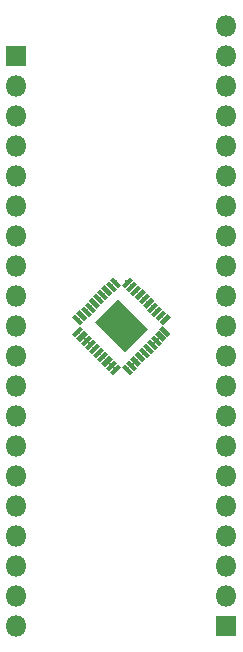
<source format=gts>
G04 #@! TF.GenerationSoftware,KiCad,Pcbnew,(5.0.0)*
G04 #@! TF.CreationDate,2018-10-12T19:52:20-04:00*
G04 #@! TF.ProjectId,DRV8308_BreakoutBoard,445256383330385F427265616B6F7574,rev?*
G04 #@! TF.SameCoordinates,Original*
G04 #@! TF.FileFunction,Soldermask,Top*
G04 #@! TF.FilePolarity,Negative*
%FSLAX46Y46*%
G04 Gerber Fmt 4.6, Leading zero omitted, Abs format (unit mm)*
G04 Created by KiCad (PCBNEW (5.0.0)) date 10/12/18 19:52:20*
%MOMM*%
%LPD*%
G01*
G04 APERTURE LIST*
%ADD10C,0.381600*%
%ADD11C,0.100000*%
%ADD12C,2.721600*%
%ADD13R,1.801600X1.801600*%
%ADD14O,1.801600X1.801600*%
G04 APERTURE END LIST*
D10*
G04 #@! TO.C,U1*
X148077348Y-95365366D03*
D11*
G36*
X148278873Y-95836723D02*
X147605991Y-95163841D01*
X147875823Y-94894009D01*
X148548705Y-95566891D01*
X148278873Y-95836723D01*
X148278873Y-95836723D01*
G37*
D10*
X147723793Y-95718921D03*
D11*
G36*
X147925318Y-96190278D02*
X147252436Y-95517396D01*
X147522268Y-95247564D01*
X148195150Y-95920446D01*
X147925318Y-96190278D01*
X147925318Y-96190278D01*
G37*
D10*
X147370241Y-96072474D03*
D11*
G36*
X147571766Y-96543831D02*
X146898884Y-95870949D01*
X147168716Y-95601117D01*
X147841598Y-96273999D01*
X147571766Y-96543831D01*
X147571766Y-96543831D01*
G37*
D10*
X147016688Y-96426027D03*
D11*
G36*
X147218213Y-96897384D02*
X146545331Y-96224502D01*
X146815163Y-95954670D01*
X147488045Y-96627552D01*
X147218213Y-96897384D01*
X147218213Y-96897384D01*
G37*
D10*
X146663134Y-96779581D03*
D11*
G36*
X146864659Y-97250938D02*
X146191777Y-96578056D01*
X146461609Y-96308224D01*
X147134491Y-96981106D01*
X146864659Y-97250938D01*
X146864659Y-97250938D01*
G37*
D10*
X146309581Y-97133134D03*
D11*
G36*
X146511106Y-97604491D02*
X145838224Y-96931609D01*
X146108056Y-96661777D01*
X146780938Y-97334659D01*
X146511106Y-97604491D01*
X146511106Y-97604491D01*
G37*
D10*
X145956027Y-97486688D03*
D11*
G36*
X146157552Y-97958045D02*
X145484670Y-97285163D01*
X145754502Y-97015331D01*
X146427384Y-97688213D01*
X146157552Y-97958045D01*
X146157552Y-97958045D01*
G37*
D10*
X145602474Y-97840241D03*
D11*
G36*
X145803999Y-98311598D02*
X145131117Y-97638716D01*
X145400949Y-97368884D01*
X146073831Y-98041766D01*
X145803999Y-98311598D01*
X145803999Y-98311598D01*
G37*
D10*
X145248921Y-98193793D03*
D11*
G36*
X145450446Y-98665150D02*
X144777564Y-97992268D01*
X145047396Y-97722436D01*
X145720278Y-98395318D01*
X145450446Y-98665150D01*
X145450446Y-98665150D01*
G37*
D10*
X144895366Y-98547348D03*
D11*
G36*
X145096891Y-99018705D02*
X144424009Y-98345823D01*
X144693841Y-98075991D01*
X145366723Y-98748873D01*
X145096891Y-99018705D01*
X145096891Y-99018705D01*
G37*
D10*
X144894966Y-99572251D03*
D11*
G36*
X144423609Y-99773776D02*
X145096491Y-99100894D01*
X145366323Y-99370726D01*
X144693441Y-100043608D01*
X144423609Y-99773776D01*
X144423609Y-99773776D01*
G37*
D10*
X145248609Y-99925894D03*
D11*
G36*
X144777252Y-100127419D02*
X145450134Y-99454537D01*
X145719966Y-99724369D01*
X145047084Y-100397251D01*
X144777252Y-100127419D01*
X144777252Y-100127419D01*
G37*
D10*
X145602251Y-100279536D03*
D11*
G36*
X145130894Y-100481061D02*
X145803776Y-99808179D01*
X146073608Y-100078011D01*
X145400726Y-100750893D01*
X145130894Y-100481061D01*
X145130894Y-100481061D01*
G37*
D10*
X145955894Y-100633179D03*
D11*
G36*
X145484537Y-100834704D02*
X146157419Y-100161822D01*
X146427251Y-100431654D01*
X145754369Y-101104536D01*
X145484537Y-100834704D01*
X145484537Y-100834704D01*
G37*
D10*
X146309536Y-100986821D03*
D11*
G36*
X145838179Y-101188346D02*
X146511061Y-100515464D01*
X146780893Y-100785296D01*
X146108011Y-101458178D01*
X145838179Y-101188346D01*
X145838179Y-101188346D01*
G37*
D10*
X146663179Y-101340464D03*
D11*
G36*
X146191822Y-101541989D02*
X146864704Y-100869107D01*
X147134536Y-101138939D01*
X146461654Y-101811821D01*
X146191822Y-101541989D01*
X146191822Y-101541989D01*
G37*
D10*
X147016821Y-101694106D03*
D11*
G36*
X146545464Y-101895631D02*
X147218346Y-101222749D01*
X147488178Y-101492581D01*
X146815296Y-102165463D01*
X146545464Y-101895631D01*
X146545464Y-101895631D01*
G37*
D10*
X147370464Y-102047749D03*
D11*
G36*
X146899107Y-102249274D02*
X147571989Y-101576392D01*
X147841821Y-101846224D01*
X147168939Y-102519106D01*
X146899107Y-102249274D01*
X146899107Y-102249274D01*
G37*
D10*
X147724106Y-102401391D03*
D11*
G36*
X147252749Y-102602916D02*
X147925631Y-101930034D01*
X148195463Y-102199866D01*
X147522581Y-102872748D01*
X147252749Y-102602916D01*
X147252749Y-102602916D01*
G37*
D10*
X148077749Y-102755034D03*
D11*
G36*
X147606392Y-102956559D02*
X148279274Y-102283677D01*
X148549106Y-102553509D01*
X147876224Y-103226391D01*
X147606392Y-102956559D01*
X147606392Y-102956559D01*
G37*
D10*
X149102652Y-102754634D03*
D11*
G36*
X149304177Y-103225991D02*
X148631295Y-102553109D01*
X148901127Y-102283277D01*
X149574009Y-102956159D01*
X149304177Y-103225991D01*
X149304177Y-103225991D01*
G37*
D10*
X149456207Y-102401079D03*
D11*
G36*
X149657732Y-102872436D02*
X148984850Y-102199554D01*
X149254682Y-101929722D01*
X149927564Y-102602604D01*
X149657732Y-102872436D01*
X149657732Y-102872436D01*
G37*
D10*
X149809759Y-102047526D03*
D11*
G36*
X150011284Y-102518883D02*
X149338402Y-101846001D01*
X149608234Y-101576169D01*
X150281116Y-102249051D01*
X150011284Y-102518883D01*
X150011284Y-102518883D01*
G37*
D10*
X150163312Y-101693973D03*
D11*
G36*
X150364837Y-102165330D02*
X149691955Y-101492448D01*
X149961787Y-101222616D01*
X150634669Y-101895498D01*
X150364837Y-102165330D01*
X150364837Y-102165330D01*
G37*
D10*
X150516866Y-101340419D03*
D11*
G36*
X150718391Y-101811776D02*
X150045509Y-101138894D01*
X150315341Y-100869062D01*
X150988223Y-101541944D01*
X150718391Y-101811776D01*
X150718391Y-101811776D01*
G37*
D10*
X150870419Y-100986866D03*
D11*
G36*
X151071944Y-101458223D02*
X150399062Y-100785341D01*
X150668894Y-100515509D01*
X151341776Y-101188391D01*
X151071944Y-101458223D01*
X151071944Y-101458223D01*
G37*
D10*
X151223973Y-100633312D03*
D11*
G36*
X151425498Y-101104669D02*
X150752616Y-100431787D01*
X151022448Y-100161955D01*
X151695330Y-100834837D01*
X151425498Y-101104669D01*
X151425498Y-101104669D01*
G37*
D10*
X151577526Y-100279759D03*
D11*
G36*
X151779051Y-100751116D02*
X151106169Y-100078234D01*
X151376001Y-99808402D01*
X152048883Y-100481284D01*
X151779051Y-100751116D01*
X151779051Y-100751116D01*
G37*
D10*
X151931079Y-99926207D03*
D11*
G36*
X152132604Y-100397564D02*
X151459722Y-99724682D01*
X151729554Y-99454850D01*
X152402436Y-100127732D01*
X152132604Y-100397564D01*
X152132604Y-100397564D01*
G37*
D10*
X152284634Y-99572652D03*
D11*
G36*
X152486159Y-100044009D02*
X151813277Y-99371127D01*
X152083109Y-99101295D01*
X152755991Y-99774177D01*
X152486159Y-100044009D01*
X152486159Y-100044009D01*
G37*
D10*
X152285034Y-98547749D03*
D11*
G36*
X151813677Y-98749274D02*
X152486559Y-98076392D01*
X152756391Y-98346224D01*
X152083509Y-99019106D01*
X151813677Y-98749274D01*
X151813677Y-98749274D01*
G37*
D10*
X151931391Y-98194106D03*
D11*
G36*
X151460034Y-98395631D02*
X152132916Y-97722749D01*
X152402748Y-97992581D01*
X151729866Y-98665463D01*
X151460034Y-98395631D01*
X151460034Y-98395631D01*
G37*
D10*
X151577749Y-97840464D03*
D11*
G36*
X151106392Y-98041989D02*
X151779274Y-97369107D01*
X152049106Y-97638939D01*
X151376224Y-98311821D01*
X151106392Y-98041989D01*
X151106392Y-98041989D01*
G37*
D10*
X151224106Y-97486821D03*
D11*
G36*
X150752749Y-97688346D02*
X151425631Y-97015464D01*
X151695463Y-97285296D01*
X151022581Y-97958178D01*
X150752749Y-97688346D01*
X150752749Y-97688346D01*
G37*
D10*
X150870464Y-97133179D03*
D11*
G36*
X150399107Y-97334704D02*
X151071989Y-96661822D01*
X151341821Y-96931654D01*
X150668939Y-97604536D01*
X150399107Y-97334704D01*
X150399107Y-97334704D01*
G37*
D10*
X150516821Y-96779536D03*
D11*
G36*
X150045464Y-96981061D02*
X150718346Y-96308179D01*
X150988178Y-96578011D01*
X150315296Y-97250893D01*
X150045464Y-96981061D01*
X150045464Y-96981061D01*
G37*
D10*
X150163179Y-96425894D03*
D11*
G36*
X149691822Y-96627419D02*
X150364704Y-95954537D01*
X150634536Y-96224369D01*
X149961654Y-96897251D01*
X149691822Y-96627419D01*
X149691822Y-96627419D01*
G37*
D10*
X149809536Y-96072251D03*
D11*
G36*
X149338179Y-96273776D02*
X150011061Y-95600894D01*
X150280893Y-95870726D01*
X149608011Y-96543608D01*
X149338179Y-96273776D01*
X149338179Y-96273776D01*
G37*
D10*
X149455894Y-95718609D03*
D11*
G36*
X148984537Y-95920134D02*
X149657419Y-95247252D01*
X149927251Y-95517084D01*
X149254369Y-96189966D01*
X148984537Y-95920134D01*
X148984537Y-95920134D01*
G37*
D10*
X149102251Y-95364966D03*
D11*
G36*
X148630894Y-95566491D02*
X149303776Y-94893609D01*
X149573608Y-95163441D01*
X148900726Y-95836323D01*
X148630894Y-95566491D01*
X148630894Y-95566491D01*
G37*
D12*
X148590000Y-99060000D03*
D11*
G36*
X146347340Y-98741802D02*
X148271802Y-96817340D01*
X150832660Y-99378198D01*
X148908198Y-101302660D01*
X146347340Y-98741802D01*
X146347340Y-98741802D01*
G37*
G04 #@! TD*
D13*
G04 #@! TO.C,J1*
X139700000Y-76200000D03*
D14*
X139700000Y-78740000D03*
X139700000Y-81280000D03*
X139700000Y-83820000D03*
X139700000Y-86360000D03*
X139700000Y-88900000D03*
X139700000Y-91440000D03*
X139700000Y-93980000D03*
X139700000Y-96520000D03*
X139700000Y-99060000D03*
X139700000Y-101600000D03*
X139700000Y-104140000D03*
X139700000Y-106680000D03*
X139700000Y-109220000D03*
X139700000Y-111760000D03*
X139700000Y-114300000D03*
X139700000Y-116840000D03*
X139700000Y-119380000D03*
X139700000Y-121920000D03*
X139700000Y-124460000D03*
G04 #@! TD*
G04 #@! TO.C,J2*
X157480000Y-73660000D03*
X157480000Y-76200000D03*
X157480000Y-78740000D03*
X157480000Y-81280000D03*
X157480000Y-83820000D03*
X157480000Y-86360000D03*
X157480000Y-88900000D03*
X157480000Y-91440000D03*
X157480000Y-93980000D03*
X157480000Y-96520000D03*
X157480000Y-99060000D03*
X157480000Y-101600000D03*
X157480000Y-104140000D03*
X157480000Y-106680000D03*
X157480000Y-109220000D03*
X157480000Y-111760000D03*
X157480000Y-114300000D03*
X157480000Y-116840000D03*
X157480000Y-119380000D03*
X157480000Y-121920000D03*
D13*
X157480000Y-124460000D03*
G04 #@! TD*
M02*

</source>
